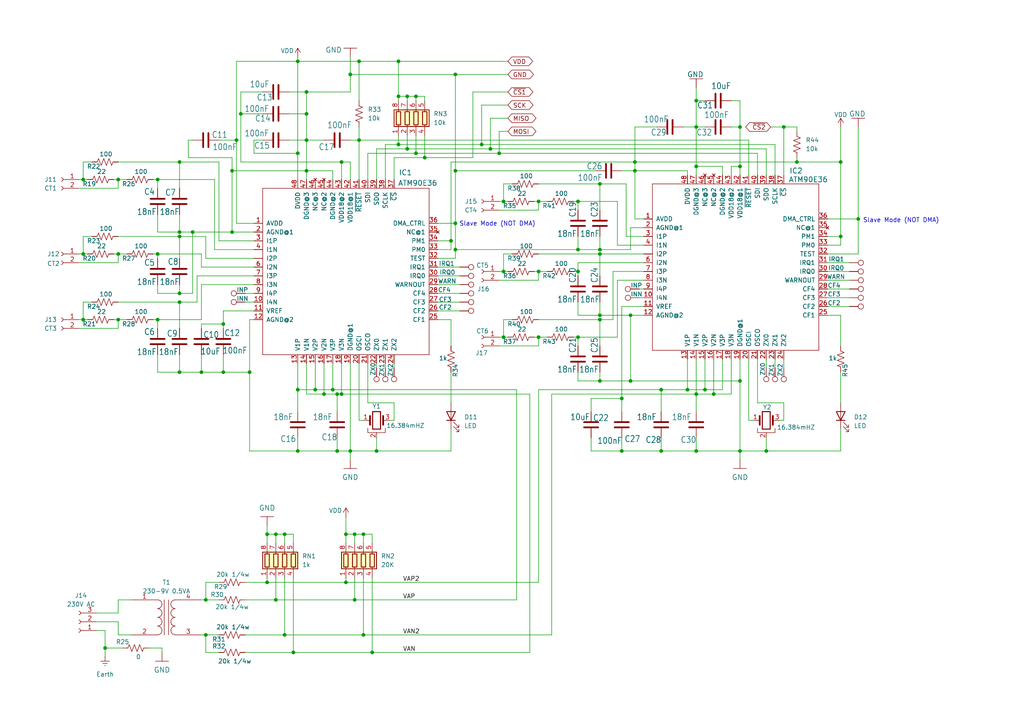
<source format=kicad_sch>
(kicad_sch (version 20231120) (generator "eeschema") (generator_version "8.0")
  (paper "A4")
  (junction (at 59.69 173.99))
  (junction (at 105.41 154.94))
  (junction (at 130.81 69.85))
  (junction (at 97.79 114.3))
  (junction (at 68.58 40.64))
  (junction (at 243.84 68.58))
  (junction (at 104.14 40.64))
  (junction (at 156.21 78.74))
  (junction (at 182.88 91.44))
  (junction (at 173.99 92.71))
  (junction (at 34.29 92.71))
  (junction (at 214.63 36.83))
  (junction (at 45.72 92.71))
  (junction (at 45.72 73.66))
  (junction (at 88.9 26.67))
  (junction (at 180.34 115.57))
  (junction (at 115.57 27.94))
  (junction (at 59.69 184.15))
  (junction (at 67.31 67.31))
  (junction (at 118.11 43.18))
  (junction (at 100.33 168.91))
  (junction (at 120.65 27.94))
  (junction (at 191.77 113.03))
  (junction (at 120.65 44.45))
  (junction (at 93.98 114.3))
  (junction (at 104.14 17.78))
  (junction (at 142.24 43.18))
  (junction (at 24.13 73.66))
  (junction (at 82.55 154.94))
  (junction (at 52.07 87.63))
  (junction (at 88.9 40.64))
  (junction (at 34.29 73.66))
  (junction (at 115.57 41.91))
  (junction (at 24.13 92.71))
  (junction (at 55.88 67.31))
  (junction (at 132.08 64.77))
  (junction (at 97.79 130.81))
  (junction (at 132.08 49.53))
  (junction (at 88.9 33.02))
  (junction (at 204.47 113.03))
  (junction (at 201.93 29.21))
  (junction (at 123.19 45.72))
  (junction (at 156.21 97.79))
  (junction (at 191.77 130.81))
  (junction (at 52.07 85.09))
  (junction (at 199.39 113.03))
  (junction (at 45.72 52.07))
  (junction (at 132.08 21.59))
  (junction (at 201.93 48.26))
  (junction (at 64.77 93.98))
  (junction (at 58.42 107.95))
  (junction (at 207.01 114.3))
  (junction (at 80.01 173.99))
  (junction (at 52.07 107.95))
  (junction (at 52.07 46.99))
  (junction (at 173.99 73.66))
  (junction (at 86.36 130.81))
  (junction (at 67.31 49.53))
  (junction (at 146.05 58.42))
  (junction (at 180.34 130.81))
  (junction (at 201.93 130.81))
  (junction (at 173.99 53.34))
  (junction (at 201.93 114.3))
  (junction (at 99.06 46.99))
  (junction (at 77.47 154.94))
  (junction (at 146.05 97.79))
  (junction (at 173.99 91.44))
  (junction (at 100.33 154.94))
  (junction (at 24.13 52.07))
  (junction (at 85.09 189.23))
  (junction (at 64.77 107.95))
  (junction (at 144.78 44.45))
  (junction (at 102.87 154.94))
  (junction (at 52.07 67.31))
  (junction (at 222.25 130.81))
  (junction (at 91.44 113.03))
  (junction (at 118.11 27.94))
  (junction (at 167.64 78.74))
  (junction (at 72.39 107.95))
  (junction (at 214.63 110.49))
  (junction (at 34.29 52.07))
  (junction (at 52.07 68.58))
  (junction (at 82.55 184.15))
  (junction (at 173.99 110.49))
  (junction (at 107.95 189.23))
  (junction (at 132.08 72.39))
  (junction (at 167.64 72.39))
  (junction (at 173.99 72.39))
  (junction (at 69.85 33.02))
  (junction (at 96.52 113.03))
  (junction (at 156.21 58.42))
  (junction (at 146.05 78.74))
  (junction (at 86.36 17.78))
  (junction (at 184.15 46.99))
  (junction (at 101.6 21.59))
  (junction (at 102.87 173.99))
  (junction (at 227.33 36.83))
  (junction (at 231.14 46.99))
  (junction (at 248.92 63.5))
  (junction (at 184.15 49.53))
  (junction (at 214.63 48.26))
  (junction (at 182.88 110.49))
  (junction (at 214.63 130.81))
  (junction (at 88.9 49.53))
  (junction (at 201.93 36.83))
  (junction (at 77.47 168.91))
  (junction (at 80.01 154.94))
  (junction (at 115.57 17.78))
  (junction (at 109.22 130.81))
  (junction (at 105.41 184.15))
  (junction (at 139.7 41.91))
  (junction (at 99.06 114.3))
  (junction (at 86.36 113.03))
  (junction (at 243.84 46.99))
  (junction (at 167.64 58.42))
  (junction (at 30.48 187.96))
  (junction (at 167.64 97.79))
  (junction (at 86.36 44.45))
  (junction (at 101.6 130.81))
  (wire (pts (xy 248.92 63.5) (xy 248.92 73.66)))
  (wire (pts (xy 173.99 72.39) (xy 182.88 72.39)))
  (wire (pts (xy 24.13 52.07) (xy 25.4 52.07)))
  (wire (pts (xy 130.81 130.81) (xy 130.81 124.46)))
  (wire (pts (xy 115.57 17.78) (xy 115.57 27.94)))
  (wire (pts (xy 111.76 41.91) (xy 115.57 41.91)))
  (wire (pts (xy 127 92.71) (xy 130.81 92.71)))
  (wire (pts (xy 127 90.17) (xy 133.35 90.17)))
  (wire (pts (xy 45.72 67.31) (xy 45.72 62.23)))
  (wire (pts (xy 115.57 27.94) (xy 115.57 29.21)))
  (wire (pts (xy 173.99 68.58) (xy 173.99 72.39)))
  (wire (pts (xy 86.36 113.03) (xy 86.36 105.41)))
  (wire (pts (xy 91.44 105.41) (xy 91.44 113.03)))
  (wire (pts (xy 156.21 78.74) (xy 158.75 78.74)))
  (wire (pts (xy 33.02 92.71) (xy 34.29 92.71)))
  (wire (pts (xy 171.45 115.57) (xy 180.34 115.57)))
  (wire (pts (xy 127 87.63) (xy 133.35 87.63)))
  (wire (pts (xy 186.69 76.2) (xy 167.64 76.2)))
  (wire (pts (xy 114.3 105.41) (xy 114.3 106.68)))
  (wire (pts (xy 59.69 74.93) (xy 73.66 74.93)))
  (wire (pts (xy 69.85 26.67) (xy 69.85 33.02)))
  (wire (pts (xy 190.5 36.83) (xy 184.15 36.83)))
  (wire (pts (xy 219.71 50.8) (xy 219.71 44.45)))
  (wire (pts (xy 83.82 26.67) (xy 88.9 26.67)))
  (wire (pts (xy 142.24 43.18) (xy 222.25 43.18)))
  (wire (pts (xy 100.33 168.91) (xy 156.21 168.91)))
  (wire (pts (xy 45.72 73.66) (xy 58.42 73.66)))
  (wire (pts (xy 219.71 116.84) (xy 227.33 116.84)))
  (wire (pts (xy 22.86 73.66) (xy 24.13 73.66)))
  (wire (pts (xy 100.33 157.48) (xy 100.33 154.94)))
  (wire (pts (xy 240.03 86.36) (xy 246.38 86.36)))
  (wire (pts (xy 144.78 60.96) (xy 156.21 60.96)))
  (wire (pts (xy 69.85 33.02) (xy 76.2 33.02)))
  (wire (pts (xy 93.98 105.41) (xy 93.98 114.3)))
  (wire (pts (xy 34.29 73.66) (xy 36.83 73.66)))
  (wire (pts (xy 24.13 92.71) (xy 25.4 92.71)))
  (wire (pts (xy 64.77 93.98) (xy 64.77 95.25)))
  (wire (pts (xy 243.84 68.58) (xy 243.84 46.99)))
  (wire (pts (xy 88.9 33.02) (xy 88.9 40.64)))
  (wire (pts (xy 240.03 73.66) (xy 248.92 73.66)))
  (wire (pts (xy 105.41 184.15) (xy 82.55 184.15)))
  (wire (pts (xy 186.69 91.44) (xy 182.88 91.44)))
  (wire (pts (xy 71.12 168.91) (xy 77.47 168.91)))
  (wire (pts (xy 182.88 91.44) (xy 173.99 91.44)))
  (wire (pts (xy 52.07 85.09) (xy 55.88 85.09)))
  (wire (pts (xy 106.68 116.84) (xy 114.3 116.84)))
  (wire (pts (xy 27.94 182.88) (xy 30.48 182.88)))
  (wire (pts (xy 105.41 184.15) (xy 160.02 184.15)))
  (wire (pts (xy 240.03 83.82) (xy 246.38 83.82)))
  (wire (pts (xy 118.11 27.94) (xy 120.65 27.94)))
  (wire (pts (xy 139.7 41.91) (xy 224.79 41.91)))
  (wire (pts (xy 167.64 87.63) (xy 167.64 91.44)))
  (wire (pts (xy 198.12 36.83) (xy 201.93 36.83)))
  (wire (pts (xy 104.14 17.78) (xy 86.36 17.78)))
  (wire (pts (xy 63.5 46.99) (xy 52.07 46.99)))
  (wire (pts (xy 71.12 87.63) (xy 73.66 87.63)))
  (wire (pts (xy 67.31 49.53) (xy 88.9 49.53)))
  (wire (pts (xy 58.42 184.15) (xy 59.69 184.15)))
  (wire (pts (xy 240.03 91.44) (xy 243.84 91.44)))
  (wire (pts (xy 148.59 92.71) (xy 146.05 92.71)))
  (wire (pts (xy 101.6 130.81) (xy 101.6 133.35)))
  (wire (pts (xy 120.65 39.37) (xy 120.65 44.45)))
  (wire (pts (xy 243.84 107.95) (xy 243.84 116.84)))
  (wire (pts (xy 144.78 38.1) (xy 144.78 44.45)))
  (wire (pts (xy 222.25 130.81) (xy 214.63 130.81)))
  (wire (pts (xy 186.69 71.12) (xy 179.07 71.12)))
  (wire (pts (xy 181.61 53.34) (xy 173.99 53.34)))
  (wire (pts (xy 67.31 67.31) (xy 67.31 49.53)))
  (wire (pts (xy 27.94 177.8) (xy 34.29 177.8)))
  (wire (pts (xy 105.41 167.64) (xy 105.41 184.15)))
  (wire (pts (xy 156.21 97.79) (xy 158.75 97.79)))
  (wire (pts (xy 227.33 36.83) (xy 231.14 36.83)))
  (wire (pts (xy 58.42 173.99) (xy 59.69 173.99)))
  (wire (pts (xy 73.66 64.77) (xy 68.58 64.77)))
  (wire (pts (xy 199.39 104.14) (xy 199.39 113.03)))
  (wire (pts (xy 240.03 88.9) (xy 246.38 88.9)))
  (wire (pts (xy 166.37 97.79) (xy 167.64 97.79)))
  (wire (pts (xy 71.12 189.23) (xy 85.09 189.23)))
  (wire (pts (xy 147.32 26.67) (xy 137.16 26.67)))
  (wire (pts (xy 173.99 92.71) (xy 177.8 92.71)))
  (wire (pts (xy 114.3 121.92) (xy 113.03 121.92)))
  (wire (pts (xy 212.09 48.26) (xy 214.63 48.26)))
  (wire (pts (xy 52.07 87.63) (xy 34.29 87.63)))
  (wire (pts (xy 97.79 114.3) (xy 93.98 114.3)))
  (wire (pts (xy 102.87 154.94) (xy 102.87 157.48)))
  (wire (pts (xy 173.99 107.95) (xy 173.99 110.49)))
  (wire (pts (xy 34.29 92.71) (xy 36.83 92.71)))
  (wire (pts (xy 144.78 78.74) (xy 146.05 78.74)))
  (wire (pts (xy 96.52 105.41) (xy 96.52 113.03)))
  (wire (pts (xy 101.6 46.99) (xy 101.6 52.07)))
  (wire (pts (xy 45.72 52.07) (xy 45.72 54.61)))
  (wire (pts (xy 123.19 39.37) (xy 123.19 45.72)))
  (wire (pts (xy 214.63 130.81) (xy 201.93 130.81)))
  (wire (pts (xy 204.47 113.03) (xy 199.39 113.03)))
  (wire (pts (xy 101.6 130.81) (xy 97.79 130.81)))
  (wire (pts (xy 167.64 97.79) (xy 179.07 97.79)))
  (wire (pts (xy 167.64 97.79) (xy 167.64 100.33)))
  (wire (pts (xy 58.42 77.47) (xy 73.66 77.47)))
  (wire (pts (xy 26.67 87.63) (xy 24.13 87.63)))
  (wire (pts (xy 186.69 68.58) (xy 181.61 68.58)))
  (wire (pts (xy 88.9 26.67) (xy 101.6 26.67)))
  (wire (pts (xy 106.68 105.41) (xy 106.68 116.84)))
  (wire (pts (xy 76.2 26.67) (xy 69.85 26.67)))
  (wire (pts (xy 191.77 130.81) (xy 191.77 127)))
  (wire (pts (xy 201.93 104.14) (xy 201.93 114.3)))
  (wire (pts (xy 167.64 68.58) (xy 167.64 72.39)))
  (wire (pts (xy 156.21 73.66) (xy 173.99 73.66)))
  (wire (pts (xy 34.29 184.15) (xy 38.1 184.15)))
  (wire (pts (xy 67.31 45.72) (xy 67.31 49.53)))
  (wire (pts (xy 58.42 102.87) (xy 58.42 107.95)))
  (wire (pts (xy 156.21 78.74) (xy 154.94 78.74)))
  (wire (pts (xy 167.64 78.74) (xy 167.64 80.01)))
  (wire (pts (xy 109.22 43.18) (xy 118.11 43.18)))
  (wire (pts (xy 227.33 104.14) (xy 227.33 106.68)))
  (wire (pts (xy 160.02 114.3) (xy 201.93 114.3)))
  (wire (pts (xy 80.01 173.99) (xy 102.87 173.99)))
  (wire (pts (xy 149.86 113.03) (xy 96.52 113.03)))
  (wire (pts (xy 82.55 154.94) (xy 82.55 157.48)))
  (wire (pts (xy 101.6 40.64) (xy 104.14 40.64)))
  (wire (pts (xy 201.93 48.26) (xy 201.93 50.8)))
  (wire (pts (xy 114.3 116.84) (xy 114.3 121.92)))
  (wire (pts (xy 27.94 180.34) (xy 34.29 180.34)))
  (wire (pts (xy 77.47 154.94) (xy 77.47 157.48)))
  (wire (pts (xy 71.12 85.09) (xy 73.66 85.09)))
  (wire (pts (xy 173.99 73.66) (xy 173.99 80.01)))
  (wire (pts (xy 55.88 40.64) (xy 54.61 40.64)))
  (wire (pts (xy 180.34 127) (xy 180.34 130.81)))
  (wire (pts (xy 71.12 173.99) (xy 80.01 173.99)))
  (wire (pts (xy 104.14 105.41) (xy 104.14 121.92)))
  (wire (pts (xy 88.9 40.64) (xy 88.9 49.53)))
  (wire (pts (xy 86.36 17.78) (xy 86.36 44.45)))
  (wire (pts (xy 222.25 127) (xy 222.25 130.81)))
  (wire (pts (xy 186.69 81.28) (xy 179.07 81.28)))
  (wire (pts (xy 201.93 25.4) (xy 201.93 29.21)))
  (wire (pts (xy 73.66 40.64) (xy 73.66 44.45)))
  (wire (pts (xy 173.99 72.39) (xy 167.64 72.39)))
  (wire (pts (xy 209.55 104.14) (xy 209.55 113.03)))
  (wire (pts (xy 156.21 97.79) (xy 156.21 100.33)))
  (wire (pts (xy 231.14 45.72) (xy 231.14 46.99)))
  (wire (pts (xy 97.79 114.3) (xy 97.79 119.38)))
  (wire (pts (xy 243.84 130.81) (xy 222.25 130.81)))
  (wire (pts (xy 34.29 73.66) (xy 33.02 73.66)))
  (wire (pts (xy 209.55 113.03) (xy 204.47 113.03)))
  (wire (pts (xy 62.23 72.39) (xy 62.23 52.07)))
  (wire (pts (xy 63.5 189.23) (xy 59.69 189.23)))
  (wire (pts (xy 72.39 130.81) (xy 72.39 107.95)))
  (wire (pts (xy 57.15 87.63) (xy 52.07 87.63)))
  (wire (pts (xy 240.03 63.5) (xy 248.92 63.5)))
  (wire (pts (xy 130.81 69.85) (xy 130.81 72.39)))
  (wire (pts (xy 177.8 78.74) (xy 186.69 78.74)))
  (wire (pts (xy 118.11 27.94) (xy 118.11 29.21)))
  (wire (pts (xy 127 82.55) (xy 133.35 82.55)))
  (wire (pts (xy 127 80.01) (xy 133.35 80.01)))
  (wire (pts (xy 45.72 82.55) (xy 45.72 85.09)))
  (wire (pts (xy 88.9 26.67) (xy 88.9 33.02)))
  (wire (pts (xy 144.78 58.42) (xy 146.05 58.42)))
  (wire (pts (xy 184.15 46.99) (xy 231.14 46.99)))
  (wire (pts (xy 127 69.85) (xy 130.81 69.85)))
  (wire (pts (xy 100.33 149.86) (xy 100.33 154.94)))
  (wire (pts (xy 73.66 80.01) (xy 57.15 80.01)))
  (wire (pts (xy 106.68 44.45) (xy 106.68 52.07)))
  (wire (pts (xy 212.09 50.8) (xy 212.09 48.26)))
  (wire (pts (xy 222.25 104.14) (xy 222.25 106.68)))
  (wire (pts (xy 52.07 67.31) (xy 45.72 67.31)))
  (wire (pts (xy 148.59 53.34) (xy 146.05 53.34)))
  (wire (pts (xy 54.61 40.64) (xy 54.61 45.72)))
  (wire (pts (xy 67.31 67.31) (xy 55.88 67.31)))
  (wire (pts (xy 73.66 44.45) (xy 86.36 44.45)))
  (wire (pts (xy 102.87 173.99) (xy 102.87 167.64)))
  (wire (pts (xy 173.99 53.34) (xy 173.99 60.96)))
  (wire (pts (xy 115.57 27.94) (xy 118.11 27.94)))
  (wire (pts (xy 45.72 107.95) (xy 52.07 107.95)))
  (wire (pts (xy 44.45 92.71) (xy 45.72 92.71)))
  (wire (pts (xy 156.21 113.03) (xy 156.21 168.91)))
  (wire (pts (xy 166.37 78.74) (xy 167.64 78.74)))
  (wire (pts (xy 62.23 52.07) (xy 45.72 52.07)))
  (wire (pts (xy 58.42 93.98) (xy 64.77 93.98)))
  (wire (pts (xy 146.05 73.66) (xy 146.05 78.74)))
  (wire (pts (xy 82.55 184.15) (xy 82.55 167.64)))
  (wire (pts (xy 214.63 110.49) (xy 214.63 130.81)))
  (wire (pts (xy 73.66 67.31) (xy 67.31 67.31)))
  (wire (pts (xy 24.13 68.58) (xy 24.13 73.66)))
  (wire (pts (xy 240.03 78.74) (xy 246.38 78.74)))
  (wire (pts (xy 55.88 85.09) (xy 55.88 67.31)))
  (wire (pts (xy 34.29 92.71) (xy 34.29 95.25)))
  (wire (pts (xy 115.57 17.78) (xy 147.32 17.78)))
  (wire (pts (xy 34.29 76.2) (xy 34.29 73.66)))
  (wire (pts (xy 214.63 29.21) (xy 212.09 29.21)))
  (wire (pts (xy 243.84 91.44) (xy 243.84 100.33)))
  (wire (pts (xy 186.69 88.9) (xy 180.34 88.9)))
  (wire (pts (xy 127 77.47) (xy 133.35 77.47)))
  (wire (pts (xy 58.42 92.71) (xy 45.72 92.71)))
  (wire (pts (xy 167.64 107.95) (xy 167.64 110.49)))
  (wire (pts (xy 146.05 97.79) (xy 147.32 97.79)))
  (wire (pts (xy 63.5 40.64) (xy 68.58 40.64)))
  (wire (pts (xy 191.77 113.03) (xy 156.21 113.03)))
  (wire (pts (xy 118.11 39.37) (xy 118.11 43.18)))
  (wire (pts (xy 209.55 48.26) (xy 201.93 48.26)))
  (wire (pts (xy 180.34 49.53) (xy 184.15 49.53)))
  (wire (pts (xy 173.99 110.49) (xy 182.88 110.49)))
  (wire (pts (xy 99.06 46.99) (xy 69.85 46.99)))
  (wire (pts (xy 73.66 92.71) (xy 72.39 92.71)))
  (wire (pts (xy 64.77 107.95) (xy 72.39 107.95)))
  (wire (pts (xy 185.42 86.36) (xy 186.69 86.36)))
  (wire (pts (xy 34.29 52.07) (xy 33.02 52.07)))
  (wire (pts (xy 86.36 130.81) (xy 72.39 130.81)))
  (wire (pts (xy 243.84 71.12) (xy 243.84 68.58)))
  (wire (pts (xy 68.58 40.64) (xy 68.58 17.78)))
  (wire (pts (xy 55.88 67.31) (xy 52.07 67.31)))
  (wire (pts (xy 173.99 87.63) (xy 173.99 91.44)))
  (wire (pts (xy 34.29 177.8) (xy 34.29 173.99)))
  (wire (pts (xy 180.34 115.57) (xy 180.34 119.38)))
  (wire (pts (xy 132.08 72.39) (xy 167.64 72.39)))
  (wire (pts (xy 148.59 73.66) (xy 146.05 73.66)))
  (wire (pts (xy 109.22 127) (xy 109.22 130.81)))
  (wire (pts (xy 114.3 45.72) (xy 123.19 45.72)))
  (wire (pts (xy 132.08 21.59) (xy 132.08 49.53)))
  (wire (pts (xy 111.76 105.41) (xy 111.76 106.68)))
  (wire (pts (xy 123.19 29.21) (xy 123.19 27.94)))
  (wire (pts (xy 24.13 87.63) (xy 24.13 92.71)))
  (wire (pts (xy 182.88 110.49) (xy 214.63 110.49)))
  (wire (pts (xy 142.24 34.29) (xy 142.24 43.18)))
  (wire (pts (xy 82.55 154.94) (xy 80.01 154.94)))
  (wire (pts (xy 199.39 50.8) (xy 199.39 49.53)))
  (wire (pts (xy 149.86 173.99) (xy 149.86 113.03)))
  (wire (pts (xy 107.95 167.64) (xy 107.95 189.23)))
  (wire (pts (xy 218.44 121.92) (xy 217.17 121.92)))
  (wire (pts (xy 209.55 50.8) (xy 209.55 48.26)))
  (wire (pts (xy 240.03 71.12) (xy 243.84 71.12)))
  (wire (pts (xy 158.75 58.42) (xy 156.21 58.42)))
  (wire (pts (xy 107.95 154.94) (xy 107.95 157.48)))
  (wire (pts (xy 139.7 30.48) (xy 147.32 30.48)))
  (wire (pts (xy 34.29 68.58) (xy 52.07 68.58)))
  (wire (pts (xy 207.01 114.3) (xy 201.93 114.3)))
  (wire (pts (xy 73.66 72.39) (xy 62.23 72.39)))
  (wire (pts (xy 52.07 102.87) (xy 52.07 107.95)))
  (wire (pts (xy 83.82 40.64) (xy 88.9 40.64)))
  (wire (pts (xy 34.29 52.07) (xy 34.29 54.61)))
  (wire (pts (xy 201.93 36.83) (xy 204.47 36.83)))
  (wire (pts (xy 179.07 71.12) (xy 179.07 58.42)))
  (wire (pts (xy 71.12 184.15) (xy 82.55 184.15)))
  (wire (pts (xy 231.14 46.99) (xy 243.84 46.99)))
  (wire (pts (xy 160.02 184.15) (xy 160.02 114.3)))
  (wire (pts (xy 22.86 95.25) (xy 34.29 95.25)))
  (wire (pts (xy 52.07 68.58) (xy 52.07 74.93)))
  (wire (pts (xy 86.36 16.51) (xy 86.36 17.78)))
  (wire (pts (xy 130.81 72.39) (xy 127 72.39)))
  (wire (pts (xy 69.85 46.99) (xy 69.85 33.02)))
  (wire (pts (xy 127 64.77) (xy 132.08 64.77)))
  (wire (pts (xy 102.87 173.99) (xy 149.86 173.99)))
  (wire (pts (xy 24.13 73.66) (xy 25.4 73.66)))
  (wire (pts (xy 156.21 81.28) (xy 156.21 78.74)))
  (wire (pts (xy 104.14 40.64) (xy 104.14 52.07)))
  (wire (pts (xy 123.19 45.72) (xy 137.16 45.72)))
  (wire (pts (xy 130.81 107.95) (xy 130.81 116.84)))
  (wire (pts (xy 146.05 92.71) (xy 146.05 97.79)))
  (wire (pts (xy 58.42 93.98) (xy 58.42 95.25)))
  (wire (pts (xy 115.57 41.91) (xy 139.7 41.91)))
  (wire (pts (xy 85.09 189.23) (xy 85.09 167.64)))
  (wire (pts (xy 179.07 58.42) (xy 167.64 58.42)))
  (wire (pts (xy 43.18 187.96) (xy 46.99 187.96)))
  (wire (pts (xy 227.33 50.8) (xy 227.33 36.83)))
  (wire (pts (xy 104.14 121.92) (xy 105.41 121.92)))
  (wire (pts (xy 179.07 81.28) (xy 179.07 97.79)))
  (wire (pts (xy 52.07 46.99) (xy 34.29 46.99)))
  (wire (pts (xy 180.34 130.81) (xy 191.77 130.81)))
  (wire (pts (xy 214.63 104.14) (xy 214.63 110.49)))
  (wire (pts (xy 101.6 21.59) (xy 101.6 26.67)))
  (wire (pts (xy 86.36 127) (xy 86.36 130.81)))
  (wire (pts (xy 88.9 49.53) (xy 96.52 49.53)))
  (wire (pts (xy 58.42 107.95) (xy 64.77 107.95)))
  (wire (pts (xy 184.15 36.83) (xy 184.15 46.99)))
  (wire (pts (xy 167.64 91.44) (xy 173.99 91.44)))
  (wire (pts (xy 127 74.93) (xy 132.08 74.93)))
  (wire (pts (xy 93.98 114.3) (xy 88.9 114.3)))
  (wire (pts (xy 45.72 85.09) (xy 52.07 85.09)))
  (wire (pts (xy 186.69 66.04) (xy 182.88 66.04)))
  (wire (pts (xy 77.47 152.4) (xy 77.47 154.94)))
  (wire (pts (xy 73.66 82.55) (xy 58.42 82.55)))
  (wire (pts (xy 34.29 180.34) (xy 34.29 184.15)))
  (wire (pts (xy 99.06 46.99) (xy 99.06 52.07)))
  (wire (pts (xy 130.81 69.85) (xy 130.81 46.99)))
  (wire (pts (xy 36.83 52.07) (xy 34.29 52.07)))
  (wire (pts (xy 184.15 63.5) (xy 184.15 49.53)))
  (wire (pts (xy 120.65 44.45) (xy 144.78 44.45)))
  (wire (pts (xy 132.08 49.53) (xy 132.08 64.77)))
  (wire (pts (xy 52.07 46.99) (xy 52.07 54.61)))
  (wire (pts (xy 46.99 187.96) (xy 46.99 189.23)))
  (wire (pts (xy 59.69 173.99) (xy 63.5 173.99)))
  (wire (pts (xy 243.84 36.83) (xy 243.84 46.99)))
  (wire (pts (xy 186.69 63.5) (xy 184.15 63.5)))
  (wire (pts (xy 153.67 114.3) (xy 153.67 189.23)))
  (wire (pts (xy 80.01 154.94) (xy 80.01 157.48)))
  (wire (pts (xy 248.92 36.83) (xy 248.92 63.5)))
  (wire (pts (xy 52.07 62.23) (xy 52.07 67.31)))
  (wire (pts (xy 212.09 104.14) (xy 212.09 114.3)))
  (wire (pts (xy 104.14 36.83) (xy 104.14 40.64)))
  (wire (pts (xy 109.22 130.81) (xy 101.6 130.81)))
  (wire (pts (xy 109.22 43.18) (xy 109.22 52.07)))
  (wire (pts (xy 240.03 81.28) (xy 246.38 81.28)))
  (wire (pts (xy 96.52 49.53) (xy 96.52 52.07)))
  (wire (pts (xy 201.93 130.81) (xy 191.77 130.81)))
  (wire (pts (xy 80.01 173.99) (xy 80.01 167.64)))
  (wire (pts (xy 154.94 97.79) (xy 156.21 97.79)))
  (wire (pts (xy 217.17 104.14) (xy 217.17 121.92)))
  (wire (pts (xy 115.57 39.37) (xy 115.57 41.91)))
  (wire (pts (xy 77.47 168.91) (xy 100.33 168.91)))
  (wire (pts (xy 63.5 168.91) (xy 59.69 168.91)))
  (wire (pts (xy 101.6 105.41) (xy 101.6 130.81)))
  (wire (pts (xy 52.07 107.95) (xy 58.42 107.95)))
  (wire (pts (xy 120.65 27.94) (xy 120.65 29.21)))
  (wire (pts (xy 80.01 154.94) (xy 77.47 154.94)))
  (wire (pts (xy 167.64 110.49) (xy 173.99 110.49)))
  (wire (pts (xy 83.82 33.02) (xy 88.9 33.02)))
  (wire (pts (xy 144.78 44.45) (xy 219.71 44.45)))
  (wire (pts (xy 99.06 114.3) (xy 153.67 114.3)))
  (wire (pts (xy 63.5 69.85) (xy 63.5 46.99)))
  (wire (pts (xy 191.77 113.03) (xy 191.77 119.38)))
  (wire (pts (xy 88.9 52.07) (xy 88.9 49.53)))
  (wire (pts (xy 30.48 187.96) (xy 30.48 190.5)))
  (wire (pts (xy 52.07 87.63) (xy 52.07 95.25)))
  (wire (pts (xy 54.61 45.72) (xy 67.31 45.72)))
  (wire (pts (xy 26.67 46.99) (xy 24.13 46.99)))
  (wire (pts (xy 97.79 114.3) (xy 99.06 114.3)))
  (wire (pts (xy 224.79 41.91) (xy 224.79 50.8)))
  (wire (pts (xy 68.58 40.64) (xy 68.58 64.77)))
  (wire (pts (xy 86.36 44.45) (xy 86.36 52.07)))
  (wire (pts (xy 212.09 36.83) (xy 214.63 36.83)))
  (wire (pts (xy 146.05 58.42) (xy 147.32 58.42)))
  (wire (pts (xy 64.77 102.87) (xy 64.77 107.95)))
  (wire (pts (xy 201.93 130.81) (xy 201.93 127)))
  (wire (pts (xy 132.08 64.77) (xy 132.08 72.39)))
  (wire (pts (xy 146.05 53.34) (xy 146.05 58.42)))
  (wire (pts (xy 243.84 124.46) (xy 243.84 130.81)))
  (wire (pts (xy 24.13 46.99) (xy 24.13 52.07)))
  (wire (pts (xy 100.33 168.91) (xy 100.33 167.64)))
  (wire (pts (xy 212.09 114.3) (xy 207.01 114.3)))
  (wire (pts (xy 45.72 92.71) (xy 45.72 95.25)))
  (wire (pts (xy 106.68 44.45) (xy 120.65 44.45)))
  (wire (pts (xy 227.33 121.92) (xy 226.06 121.92)))
  (wire (pts (xy 144.78 81.28) (xy 156.21 81.28)))
  (wire (pts (xy 59.69 168.91) (xy 59.69 173.99)))
  (wire (pts (xy 130.81 92.71) (xy 130.81 100.33)))
  (wire (pts (xy 76.2 40.64) (xy 73.66 40.64)))
  (wire (pts (xy 64.77 90.17) (xy 64.77 93.98)))
  (wire (pts (xy 109.22 130.81) (xy 130.81 130.81)))
  (wire (pts (xy 77.47 167.64) (xy 77.47 168.91)))
  (wire (pts (xy 219.71 104.14) (xy 219.71 116.84)))
  (wire (pts (xy 22.86 92.71) (xy 24.13 92.71)))
  (wire (pts (xy 201.93 29.21) (xy 201.93 36.83)))
  (wire (pts (xy 207.01 104.14) (xy 207.01 114.3)))
  (wire (pts (xy 44.45 73.66) (xy 45.72 73.66)))
  (wire (pts (xy 144.78 97.79) (xy 146.05 97.79)))
  (wire (pts (xy 173.99 92.71) (xy 173.99 100.33)))
  (wire (pts (xy 146.05 78.74) (xy 147.32 78.74)))
  (wire (pts (xy 22.86 52.07) (xy 24.13 52.07)))
  (wire (pts (xy 156.21 58.42) (xy 156.21 60.96)))
  (wire (pts (xy 22.86 76.2) (xy 34.29 76.2)))
  (wire (pts (xy 59.69 184.15) (xy 63.5 184.15)))
  (wire (pts (xy 173.99 92.71) (xy 156.21 92.71)))
  (wire (pts (xy 201.93 36.83) (xy 201.93 48.26)))
  (wire (pts (xy 52.07 85.09) (xy 52.07 82.55)))
  (wire (pts (xy 45.72 52.07) (xy 44.45 52.07)))
  (wire (pts (xy 111.76 52.07) (xy 111.76 41.91)))
  (wire (pts (xy 58.42 73.66) (xy 58.42 77.47)))
  (wire (pts (xy 85.09 157.48) (xy 85.09 154.94)))
  (wire (pts (xy 199.39 49.53) (xy 184.15 49.53)))
  (wire (pts (xy 227.33 36.83) (xy 223.52 36.83)))
  (wire (pts (xy 101.6 16.51) (xy 101.6 21.59)))
  (wire (pts (xy 177.8 78.74) (xy 177.8 92.71)))
  (wire (pts (xy 88.9 105.41) (xy 88.9 114.3)))
  (wire (pts (xy 45.72 73.66) (xy 45.72 74.93)))
  (wire (pts (xy 86.36 113.03) (xy 86.36 119.38)))
  (wire (pts (xy 137.16 26.67) (xy 137.16 45.72)))
  (wire (pts (xy 167.64 58.42) (xy 166.37 58.42)))
  (wire (pts (xy 172.72 49.53) (xy 132.08 49.53)))
  (wire (pts (xy 171.45 130.81) (xy 171.45 127)))
  (wire (pts (xy 102.87 154.94) (xy 105.41 154.94)))
  (wire (pts (xy 99.06 46.99) (xy 101.6 46.99)))
  (wire (pts (xy 114.3 45.72) (xy 114.3 52.07)))
  (wire (pts (xy 109.22 105.41) (xy 109.22 106.68)))
  (wire (pts (xy 240.03 76.2) (xy 246.38 76.2)))
  (wire (pts (xy 97.79 127) (xy 97.79 130.81)))
  (wire (pts (xy 30.48 182.88) (xy 30.48 187.96)))
  (wire (pts (xy 204.47 104.14) (xy 204.47 113.03)))
  (wire (pts (xy 147.32 34.29) (xy 142.24 34.29)))
  (wire (pts (xy 118.11 43.18) (xy 142.24 43.18)))
  (wire (pts (xy 231.14 36.83) (xy 231.14 38.1)))
  (wire (pts (xy 99.06 105.41) (xy 99.06 114.3)))
  (wire (pts (xy 30.48 187.96) (xy 35.56 187.96)))
  (wire (pts (xy 182.88 66.04) (xy 182.88 72.39)))
  (wire (pts (xy 173.99 73.66) (xy 186.69 73.66)))
  (wire (pts (xy 68.58 17.78) (xy 86.36 17.78)))
  (wire (pts (xy 214.63 48.26) (xy 214.63 50.8)))
  (wire (pts (xy 139.7 30.48) (xy 139.7 41.91)))
  (wire (pts (xy 93.98 40.64) (xy 88.9 40.64)))
  (wire (pts (xy 104.14 17.78) (xy 115.57 17.78)))
  (wire (pts (xy 22.86 54.61) (xy 34.29 54.61)))
  (wire (pts (xy 105.41 154.94) (xy 107.95 154.94)))
  (wire (pts (xy 214.63 130.81) (xy 214.63 133.35)))
  (wire (pts (xy 181.61 68.58) (xy 181.61 53.34)))
  (wire (pts (xy 127 85.09) (xy 133.35 85.09)))
  (wire (pts (xy 58.42 82.55) (xy 58.42 92.71)))
  (wire (pts (xy 156.21 100.33) (xy 144.78 100.33)))
  (wire (pts (xy 101.6 21.59) (xy 132.08 21.59)))
  (wire (pts (xy 167.64 76.2) (xy 167.64 78.74)))
  (wire (pts (xy 120.65 27.94) (xy 123.19 27.94)))
  (wire (pts (xy 227.33 116.84) (xy 227.33 121.92)))
  (wire (pts (xy 240.03 68.58) (xy 243.84 68.58)))
  (wire (pts (xy 130.81 46.99) (xy 184.15 46.99)))
  (wire (pts (xy 201.93 29.21) (xy 204.47 29.21)))
  (wire (pts (xy 214.63 36.83) (xy 214.63 29.21)))
  (wire (pts (xy 199.39 113.03) (xy 191.77 113.03)))
  (wire (pts (xy 222.25 50.8) (xy 222.25 43.18)))
  (wire (pts (xy 45.72 102.87) (xy 45.72 107.95)))
  (wire (pts (xy 144.78 38.1) (xy 147.32 38.1)))
  (wire (pts (xy 86.36 130.81) (xy 97.79 130.81)))
  (wire (pts (xy 85.09 154.94) (xy 82.55 154.94)))
  (wire (pts (xy 171.45 119.38) (xy 171.45 115.57)))
  (wire (pts (xy 224.79 104.14) (xy 224.79 106.68)))
  (wire (pts (xy 96.52 113.03) (xy 91.44 113.03)))
  (wire (pts (xy 73.66 69.85) (xy 63.5 69.85)))
  (wire (pts (xy 73.66 90.17) (xy 64.77 90.17)))
  (wire (pts (xy 180.34 88.9) (xy 180.34 115.57)))
  (wire (pts (xy 57.15 80.01) (xy 57.15 87.63)))
  (wire (pts (xy 72.39 92.71) (xy 72.39 107.95)))
  (wire (pts (xy 217.17 50.8) (xy 217.17 40.64)))
  (wire (pts (xy 185.42 83.82) (xy 186.69 83.82)))
  (wire (pts (xy 156.21 58.42) (xy 154.94 58.42)))
  (wire (pts (xy 132.08 21.59) (xy 147.32 21.59)))
  (wire (pts (xy 214.63 48.26) (xy 214.63 36.83)))
  (wire (pts (xy 100.33 154.94) (xy 102.87 154.94)))
  (wire (pts (xy 107.95 189.23) (xy 153.67 189.23)))
  (wire (pts (xy 167.64 58.42) (xy 167.64 60.96)))
  (wire (pts (xy 59.69 68.58) (xy 59.69 74.93)))
  (wire (pts (xy 182.88 91.44) (xy 182.88 110.49)))
  (wire (pts (xy 201.93 114.3) (xy 201.93 119.38)))
  (wire (pts (xy 26.67 68.58) (xy 24.13 68.58)))
  (wire (pts (xy 59.69 189.23) (xy 59.69 184.15)))
  (wire (pts (xy 180.34 130.81) (xy 171.45 130.81)))
  (wire (pts (xy 217.17 40.64) (xy 104.14 40.64)))
  (wire (pts (xy 34.29 173.99) (xy 38.1 173.99)))
  (wire (pts (xy 173.99 53.34) (xy 156.21 53.34)))
  (wire (pts (xy 105.41 154.94) (xy 105.41 157.48)))
  (wire (pts (xy 91.44 113.03) (xy 86.36 113.03)))
  (wire (pts (xy 52.07 68.58) (xy 59.69 68.58)))
  (wire (pts (xy 184.15 49.53) (xy 184.15 46.99)))
  (wire (pts (xy 132.08 72.39) (xy 132.08 74.93)))
  (wire (pts (xy 104.14 17.78) (xy 104.14 29.21)))
  (wire (pts (xy 107.95 189.23) (xy 85.09 189.23)))
  (text "Slave Mode (NOT DMA)" (at 261.366 64.008 0) (effects (font (size 1.27 1.27))))
  (text "Slave Mode (NOT DMA)" (at 144.272 65.024 0) (effects (font (size 1.27 1.27))))
  (label "VAN2" (at 116.84 184.15 0))
  (label "VAN" (at 116.84 189.23 0))
  (label "VAP" (at 116.84 173.99 0))
  (label "VAP2" (at 116.84 168.91 0))
  (global_label "SCK" (shape bidirectional) (at 147.32 30.48 0) (property "Intersheetrefs" "${INTERSHEET_REFS}" (effects (hide yes))))
  (global_label "~{CS1}" (shape bidirectional) (at 147.32 26.67 0) (property "Intersheetrefs" "${INTERSHEET_REFS}" (effects (hide yes))))
  (global_label "GND" (shape bidirectional) (at 147.32 21.59 0) (property "Intersheetrefs" "${INTERSHEET_REFS}" (effects (hide yes))))
  (global_label "MOSI" (shape bidirectional) (at 147.32 38.1 0) (property "Intersheetrefs" "${INTERSHEET_REFS}" (effects (hide yes))))
  (global_label "MISO" (shape bidirectional) (at 147.32 34.29 0) (property "Intersheetrefs" "${INTERSHEET_REFS}" (effects (hide yes))))
  (global_label "~{CS2}" (shape bidirectional) (at 223.52 36.83 180) (property "Intersheetrefs" "${INTERSHEET_REFS}" (effects (hide yes))))
  (global_label "VDD" (shape bidirectional) (at 147.32 17.78 0) (property "Intersheetrefs" "${INTERSHEET_REFS}" (effects (hide yes))))
  (symbol (lib_id "Connector:Conn_01x02_Socket") (at 139.7 58.42 0) (mirror y) (unit 1)
    (property "Reference" "J15" (at 138.43 58.4199 0) (effects (justify left)))
    (property "Value" "CT4" (at 138.43 60.9599 0) (effects (justify left)))
    (property "Footprint" "TerminalBlock_Phoenix:TerminalBlock_Phoenix_PT-1,5-2-3.5-H_1x02_P3.50mm_Horizontal" (effects (hide yes)))
    (property "Description" "Generic connector, single row, 01x02, script generated" (effects (hide yes)))
  )
  (symbol (lib_id "Connector:TestPoint") (at 133.35 77.47 270) (unit 1)
    (property "Reference" "TP6" (effects (hide yes)))
    (property "Value" "IRQ1" (at 127.254 76.454 90) (effects (justify left)))
    (property "Footprint" "TestPoint:TestPoint_Pad_1.0x1.0mm" (effects (hide yes)))
    (property "Description" "test point" (effects (hide yes)))
  )
  (symbol (lib_id "Connector:TestPoint") (at 246.38 83.82 270) (unit 1)
    (property "Reference" "TP20" (effects (hide yes)))
    (property "Value" "CF4" (at 240.03 82.804 90) (effects (justify left)))
    (property "Footprint" "TestPoint:TestPoint_Pad_1.0x1.0mm" (effects (hide yes)))
    (property "Description" "test point" (effects (hide yes)))
  )
  (symbol (lib_id "Device:C") (at 171.45 123.19 0) (unit 1)
    (property "Reference" "C22" (at 171.958 122.174 0) (effects (font (size 1.778 1.5113)) (justify left bottom)))
    (property "Value" "10uF" (at 165.354 121.92 0) (effects (font (size 1.778 1.5113)) (justify left bottom)))
    (property "Footprint" "ATM90E36_Breakout:C0603" (effects (hide yes)))
    (property "Description" "Unpolarized capacitor" (effects (hide yes)))
  )
  (symbol (lib_id "Device:R_US") (at 130.81 104.14 180) (unit 1)
    (property "Reference" "R34" (at 132.08 107.442 90))
    (property "Value" "1k" (at 128.524 103.886 0))
    (property "Footprint" "ATM90E36_Breakout:R0603" (effects (hide yes)))
    (property "Description" "Resistor, US symbol" (effects (hide yes)))
  )
  (symbol (lib_id "Device:R_Pack04") (at 105.41 162.56 0) (unit 1)
    (property "Reference" "RN2" (at 110.49 161.2899 0) (effects (justify left)))
    (property "Value" "20K" (at 110.49 163.8299 0) (effects (justify left)))
    (property "Footprint" "ATM90E36_Breakout:RA1206-8" (effects (hide yes)))
    (property "Description" "4 resistor network, parallel topology" (effects (hide yes)))
  )
  (symbol (lib_id "Device:LED") (at 243.84 120.65 90) (unit 1)
    (property "Reference" "D12" (at 247.65 120.9674 90) (effects (justify right)))
    (property "Value" "LED" (at 247.65 123.5074 90) (effects (justify right)))
    (property "Footprint" "LED_SMD:LED_0603_1608Metric" (effects (hide yes)))
    (property "Description" "Light emitting diode" (effects (hide yes)))
  )
  (symbol (lib_id "Connector:TestPoint") (at 246.38 78.74 270) (unit 1)
    (property "Reference" "TP18" (effects (hide yes)))
    (property "Value" "IRQ0" (at 244.856 77.724 90) (effects (justify right)))
    (property "Footprint" "TestPoint:TestPoint_THTPad_1.5x1.5mm_Drill0.7mm" (effects (hide yes)))
    (property "Description" "test point" (effects (hide yes)))
  )
  (symbol (lib_id "Connector:TestPoint") (at 114.3 106.68 180) (unit 1)
    (property "Reference" "TP5" (effects (hide yes)))
    (property "Value" "ZX2" (at 113.284 109.22 90) (effects (justify right)))
    (property "Footprint" "TestPoint:TestPoint_Pad_1.0x1.0mm" (effects (hide yes)))
    (property "Description" "test point" (effects (hide yes)))
  )
  (symbol (lib_id "Connector:TestPoint") (at 71.12 87.63 90) (unit 1)
    (property "Reference" "TP2" (effects (hide yes)))
    (property "Value" "INN" (at 68.58 86.614 90) (effects (justify right)))
    (property "Footprint" "TestPoint:TestPoint_THTPad_1.5x1.5mm_Drill0.7mm" (effects (hide yes)))
    (property "Description" "test point" (effects (hide yes)))
  )
  (symbol (lib_id "Device:R_US") (at 40.64 52.07 90) (unit 1)
    (property "Reference" "R26" (at 37.338 53.34 90))
    (property "Value" "100" (at 40.894 49.784 90))
    (property "Footprint" "ATM90E36_Breakout:R0603" (effects (hide yes)))
    (property "Description" "Resistor, US symbol" (effects (hide yes)))
  )
  (symbol (lib_id "Device:R_US") (at 30.48 68.58 90) (unit 1)
    (property "Reference" "R23" (at 27.178 69.85 90))
    (property "Value" "100" (at 30.734 66.294 90))
    (property "Footprint" "ATM90E36_Breakout:R0603" (effects (hide yes)))
    (property "Description" "Resistor, US symbol" (effects (hide yes)))
  )
  (symbol (lib_id "Device:R_US") (at 162.56 78.74 90) (unit 1)
    (property "Reference" "R42" (at 159.258 80.01 90))
    (property "Value" "100" (at 162.814 76.454 90))
    (property "Footprint" "ATM90E36_Breakout:R0603" (effects (hide yes)))
    (property "Description" "Resistor, US symbol" (effects (hide yes)))
  )
  (symbol (lib_id "Device:R_US") (at 151.13 78.74 90) (unit 1)
    (property "Reference" "R36" (at 147.828 80.01 90))
    (property "Value" "22" (at 151.384 76.454 90))
    (property "Footprint" "ATM90E36_Breakout:R0603" (effects (hide yes)))
    (property "Description" "Resistor, US symbol" (effects (hide yes)))
  )
  (symbol (lib_id "Device:C") (at 167.64 104.14 180) (unit 1)
    (property "Reference" "C21" (at 165.1 97.79 90) (effects (font (size 1.778 1.5113)) (justify left bottom)))
    (property "Value" "18nF" (at 167.386 106.172 0) (effects (font (size 1.778 1.5113)) (justify left bottom)))
    (property "Footprint" "ATM90E36_Breakout:C0603" (effects (hide yes)))
    (property "Description" "Unpolarized capacitor" (effects (hide yes)))
  )
  (symbol (lib_id "power:VDD") (at 243.84 36.83 0) (unit 1)
    (property "Reference" "#PWR015" (effects (hide yes)))
    (property "Value" "VDD" (at 243.84 33.274 0))
    (property "Description" "Power symbol creates a global label with name \"VDD\"" (effects (hide yes)))
  )
  (symbol (lib_id "ATM90E36:GND") (at 101.6 135.89 0) (unit 1)
    (property "Reference" "#GND04" (effects (hide yes)))
    (property "Value" "GND" (at 101.6 138.43 0) (effects (font (size 1.4986 1.4986))))
  )
  (symbol (lib_id "Device:R_US") (at 67.31 168.91 90) (unit 1)
    (property "Reference" "R29" (at 64.008 170.18 90))
    (property "Value" "20k 1/4w" (at 67.564 166.624 90))
    (property "Footprint" "Resistor_SMD:R_1206_3216Metric" (effects (hide yes)))
    (property "Description" "Resistor, US symbol" (effects (hide yes)))
  )
  (symbol (lib_id "Connector:TestPoint") (at 246.38 76.2 270) (unit 1)
    (property "Reference" "TP17" (effects (hide yes)))
    (property "Value" "IRQ1" (at 240.284 75.184 90) (effects (justify left)))
    (property "Footprint" "TestPoint:TestPoint_Pad_1.0x1.0mm" (effects (hide yes)))
    (property "Description" "test point" (effects (hide yes)))
  )
  (symbol (lib_id "power:Earth") (at 30.48 190.5 0) (unit 1)
    (property "Reference" "#PWR012" (effects (hide yes)))
    (property "Value" "Earth" (at 30.48 195.58 0))
    (property "Description" "Power symbol creates a global label with name \"Earth\"" (effects (hide yes)))
  )
  (symbol (lib_id "Device:C") (at 86.36 123.19 0) (unit 1)
    (property "Reference" "C16" (at 81.28 128.27 0) (effects (font (size 1.778 1.5113)) (justify left bottom)))
    (property "Value" "18nF" (at 79.248 121.92 0) (effects (font (size 1.778 1.5113)) (justify left bottom)))
    (property "Footprint" "ATM90E36_Breakout:C0603" (effects (hide yes)))
    (property "Description" "Unpolarized capacitor" (effects (hide yes)))
  )
  (symbol (lib_id "Device:C") (at 194.31 36.83 270) (unit 1)
    (property "Reference" "C29" (at 188.722 39.37 90) (effects (font (size 1.778 1.5113)) (justify left bottom)))
    (property "Value" "100nF" (at 186.69 35.56 90) (effects (font (size 1.778 1.5113)) (justify left bottom)))
    (property "Footprint" "ATM90E36_Breakout:C0603" (effects (hide yes)))
    (property "Description" "Unpolarized capacitor" (effects (hide yes)))
  )
  (symbol (lib_id "Connector:Conn_01x02_Socket") (at 139.7 97.79 0) (mirror y) (unit 1)
    (property "Reference" "J17" (at 139.7 102.362 0))
    (property "Value" "CT6" (at 139.954 96.012 0))
    (property "Footprint" "TerminalBlock_Phoenix:TerminalBlock_Phoenix_PT-1,5-2-3.5-H_1x02_P3.50mm_Horizontal" (effects (hide yes)))
    (property "Description" "Generic connector, single row, 01x02, script generated" (effects (hide yes)))
  )
  (symbol (lib_id "ATM90E36:GND") (at 77.47 149.86 180) (unit 1)
    (property "Reference" "#GND02" (effects (hide yes)))
    (property "Value" "GND" (at 77.47 147.32 0) (effects (font (size 1.4986 1.4986))))
  )
  (symbol (lib_id "Connector:TestPoint") (at 222.25 106.68 180) (unit 1)
    (property "Reference" "TP14" (effects (hide yes)))
    (property "Value" "ZX0" (at 221.234 108.966 90) (effects (justify right)))
    (property "Footprint" "TestPoint:TestPoint_THTPad_1.5x1.5mm_Drill0.7mm" (effects (hide yes)))
    (property "Description" "test point" (effects (hide yes)))
  )
  (symbol (lib_id "Connector:Conn_01x02_Socket") (at 17.78 92.71 0) (mirror y) (unit 1)
    (property "Reference" "J13" (at 16.51 92.7099 0) (effects (justify left)))
    (property "Value" "CT3" (at 16.51 95.2499 0) (effects (justify left)))
    (property "Footprint" "TerminalBlock_Phoenix:TerminalBlock_Phoenix_PT-1,5-2-3.5-H_1x02_P3.50mm_Horizontal" (effects (hide yes)))
    (property "Description" "Generic connector, single row, 01x02, script generated" (effects (hide yes)))
  )
  (symbol (lib_id "Device:R_US") (at 29.21 92.71 90) (unit 1)
    (property "Reference" "R21" (at 25.908 93.98 90))
    (property "Value" "22" (at 29.464 90.424 90))
    (property "Footprint" "ATM90E36_Breakout:R0603" (effects (hide yes)))
    (property "Description" "Resistor, US symbol" (effects (hide yes)))
  )
  (symbol (lib_id "Connector:TestPoint") (at 133.35 80.01 270) (unit 1)
    (property "Reference" "TP7" (effects (hide yes)))
    (property "Value" "IRQ0" (at 132.08 78.994 90) (effects (justify right)))
    (property "Footprint" "TestPoint:TestPoint_THTPad_1.5x1.5mm_Drill0.7mm" (effects (hide yes)))
    (property "Description" "test point" (effects (hide yes)))
  )
  (symbol (lib_id "Device:C") (at 191.77 123.19 0) (unit 1)
    (property "Reference" "C28" (at 187.198 128.524 0) (effects (font (size 1.778 1.5113)) (justify left bottom)))
    (property "Value" "18nF" (at 184.658 121.92 0) (effects (font (size 1.778 1.5113)) (justify left bottom)))
    (property "Footprint" "ATM90E36_Breakout:C0603" (effects (hide yes)))
    (property "Description" "Unpolarized capacitor" (effects (hide yes)))
  )
  (symbol (lib_id "ATM90E36:GND") (at 201.93 22.86 180) (unit 1)
    (property "Reference" "#GND05" (effects (hide yes)))
    (property "Value" "GND" (at 201.676 21.59 0) (effects (font (size 1.4986 1.4986))))
  )
  (symbol (lib_id "Device:C") (at 97.79 123.19 0) (unit 1)
    (property "Reference" "C18" (at 93.218 127.762 0) (effects (font (size 1.778 1.5113)) (justify left bottom)))
    (property "Value" "18nF" (at 90.678 121.92 0) (effects (font (size 1.778 1.5113)) (justify left bottom)))
    (property "Footprint" "ATM90E36_Breakout:C0603" (effects (hide yes)))
    (property "Description" "Unpolarized capacitor" (effects (hide yes)))
  )
  (symbol (lib_id "Device:C") (at 80.01 26.67 270) (unit 1)
    (property "Reference" "C13" (at 74.422 29.21 90) (effects (font (size 1.778 1.5113)) (justify left bottom)))
    (property "Value" "10uF" (at 72.39 25.4 90) (effects (font (size 1.778 1.5113)) (justify left bottom)))
    (property "Footprint" "ATM90E36_Breakout:C0603" (effects (hide yes)))
    (property "Description" "Unpolarized capacitor" (effects (hide yes)))
  )
  (symbol (lib_id "Device:R_US") (at 39.37 187.96 90) (unit 1)
    (property "Reference" "R25" (at 35.56 186.182 90))
    (property "Value" "0" (at 40.132 190.5 90))
    (property "Footprint" "ATM90E36_Breakout:R0603" (effects (hide yes)))
    (property "Description" "Resistor, US symbol" (effects (hide yes)))
  )
  (symbol (lib_id "Device:C") (at 167.64 83.82 180) (unit 1)
    (property "Reference" "C20" (at 165.1 77.47 90) (effects (font (size 1.778 1.5113)) (justify left bottom)))
    (property "Value" "18nF" (at 167.386 85.852 0) (effects (font (size 1.778 1.5113)) (justify left bottom)))
    (property "Footprint" "ATM90E36_Breakout:C0603" (effects (hide yes)))
    (property "Description" "Unpolarized capacitor" (effects (hide yes)))
  )
  (symbol (lib_id "Device:R_US") (at 151.13 58.42 90) (unit 1)
    (property "Reference" "R35" (at 147.828 59.69 90))
    (property "Value" "22" (at 151.384 56.134 90))
    (property "Footprint" "ATM90E36_Breakout:R0603" (effects (hide yes)))
    (property "Description" "Resistor, US symbol" (effects (hide yes)))
  )
  (symbol (lib_id "Device:C") (at 45.72 58.42 180) (unit 1)
    (property "Reference" "C4" (at 44.958 54.61 0) (effects (font (size 1.778 1.5113)) (justify left bottom)))
    (property "Value" "18nF" (at 45.466 60.452 0) (effects (font (size 1.778 1.5113)) (justify left bottom)))
    (property "Footprint" "ATM90E36_Breakout:C0603" (effects (hide yes)))
    (property "Description" "Unpolarized capacitor" (effects (hide yes)))
  )
  (symbol (lib_id "Device:Crystal_GND2") (at 109.22 121.92 0) (unit 1)
    (property "Reference" "Y1" (at 109.22 117.856 0))
    (property "Value" "16.384mHZ" (at 117.602 123.444 0))
    (property "Footprint" "Crystal:Crystal_SMD_EuroQuartz_MT-4Pin_3.2x2.5mm_HandSoldering" (effects (hide yes)))
    (property "Description" "Three pin crystal, GND on pin 2" (effects (hide yes)))
  )
  (symbol (lib_id "Connector:TestPoint") (at 133.35 90.17 270) (unit 1)
    (property "Reference" "TP11" (effects (hide yes)))
    (property "Value" "CF2" (at 127.254 89.154 90) (effects (justify left)))
    (property "Footprint" "TestPoint:TestPoint_Pad_1.0x1.0mm" (effects (hide yes)))
    (property "Description" "test point" (effects (hide yes)))
  )
  (symbol (lib_id "Device:R_US") (at 152.4 92.71 90) (unit 1)
    (property "Reference" "R40" (at 149.098 93.98 90))
    (property "Value" "100" (at 152.654 90.424 90))
    (property "Footprint" "ATM90E36_Breakout:R0603" (effects (hide yes)))
    (property "Description" "Resistor, US symbol" (effects (hide yes)))
  )
  (symbol (lib_id "Connector:TestPoint") (at 185.42 83.82 90) (unit 1)
    (property "Reference" "TP12" (effects (hide yes)))
    (property "Value" "INP" (at 182.88 82.804 90) (effects (justify right)))
    (property "Footprint" "TestPoint:TestPoint_THTPad_1.5x1.5mm_Drill0.7mm" (effects (hide yes)))
    (property "Description" "test point" (effects (hide yes)))
  )
  (symbol (lib_id "Device:C") (at 208.28 36.83 270) (unit 1)
    (property "Reference" "C32" (at 201.93 39.37 90) (effects (font (size 1.778 1.5113)) (justify left bottom)))
    (property "Value" "100nF" (at 204.216 34.29 90) (effects (font (size 1.778 1.5113)) (justify left bottom)))
    (property "Footprint" "ATM90E36_Breakout:C0603" (effects (hide yes)))
    (property "Description" "Unpolarized capacitor" (effects (hide yes)))
  )
  (symbol (lib_id "Connector:TestPoint") (at 246.38 81.28 270) (unit 1)
    (property "Reference" "TP19" (effects (hide yes)))
    (property "Value" "WARN" (at 239.776 80.264 90) (effects (justify left)))
    (property "Footprint" "TestPoint:TestPoint_Pad_1.0x1.0mm" (effects (hide yes)))
    (property "Description" "test point" (effects (hide yes)))
  )
  (symbol (lib_id "Connector:Conn_01x02_Socket") (at 17.78 52.07 0) (mirror y) (unit 1)
    (property "Reference" "J11" (at 16.51 52.0699 0) (effects (justify left)))
    (property "Value" "CT1" (at 16.51 54.6099 0) (effects (justify left)))
    (property "Footprint" "TerminalBlock_Phoenix:TerminalBlock_Phoenix_PT-1,5-2-3.5-H_1x02_P3.50mm_Horizontal" (effects (hide yes)))
    (property "Description" "Generic connector, single row, 01x02, script generated" (effects (hide yes)))
  )
  (symbol (lib_id "Device:C") (at 45.72 99.06 180) (unit 1)
    (property "Reference" "C6" (at 44.958 95.25 0) (effects (font (size 1.778 1.5113)) (justify left bottom)))
    (property "Value" "18nF" (at 45.466 101.092 0) (effects (font (size 1.778 1.5113)) (justify left bottom)))
    (property "Footprint" "ATM90E36_Breakout:C0603" (effects (hide yes)))
    (property "Description" "Unpolarized capacitor" (effects (hide yes)))
  )
  (symbol (lib_id "Device:C") (at 52.07 78.74 180) (unit 1)
    (property "Reference" "C8" (at 51.816 74.93 0) (effects (font (size 1.778 1.5113)) (justify left bottom)))
    (property "Value" "18nF" (at 52.07 80.772 0) (effects (font (size 1.778 1.5113)) (justify left bottom)))
    (property "Footprint" "ATM90E36_Breakout:C0603" (effects (hide yes)))
    (property "Description" "Unpolarized capacitor" (effects (hide yes)))
  )
  (symbol (lib_id "Connector:TestPoint") (at 133.35 82.55 270) (unit 1)
    (property "Reference" "TP8" (effects (hide yes)))
    (property "Value" "WARN" (at 127 81.534 90) (effects (justify left)))
    (property "Footprint" "TestPoint:TestPoint_Pad_1.0x1.0mm" (effects (hide yes)))
    (property "Description" "test point" (effects (hide yes)))
  )
  (symbol (lib_id "Connector:TestPoint") (at 224.79 106.68 180) (unit 1)
    (property "Reference" "TP15" (effects (hide yes)))
    (property "Value" "ZX1" (at 223.774 109.22 90) (effects (justify right)))
    (property "Footprint" "TestPoint:TestPoint_Pad_1.0x1.0mm" (effects (hide yes)))
    (property "Description" "test point" (effects (hide yes)))
  )
  (symbol (lib_id "Device:R_US") (at 40.64 92.71 90) (unit 1)
    (property "Reference" "R28" (at 37.338 93.98 90))
    (property "Value" "100" (at 40.894 90.424 90))
    (property "Footprint" "ATM90E36_Breakout:R0603" (effects (hide yes)))
    (property "Description" "Resistor, US symbol" (effects (hide yes)))
  )
  (symbol (lib_id "Connector:TestPoint") (at 246.38 88.9 270) (unit 1)
    (property "Reference" "TP22" (effects (hide yes)))
    (property "Value" "CF2" (at 240.03 87.884 90) (effects (justify left)))
    (property "Footprint" "TestPoint:TestPoint_Pad_1.0x1.0mm" (effects (hide yes)))
    (property "Description" "test point" (effects (hide yes)))
  )
  (symbol (lib_id "Connector:TestPoint") (at 109.22 106.68 180) (unit 1)
    (property "Reference" "TP3" (effects (hide yes)))
    (property "Value" "ZX0" (at 108.204 108.966 90) (effects (justify right)))
    (property "Footprint" "TestPoint:TestPoint_THTPad_1.5x1.5mm_Drill0.7mm" (effects (hide yes)))
    (property "Description" "test point" (effects (hide yes)))
  )
  (symbol (lib_id "ATM90E36:GND") (at 46.99 191.77 0) (unit 1)
    (property "Reference" "#GND01" (effects (hide yes)))
    (property "Value" "GND" (at 46.99 194.31 0) (effects (font (size 1.4986 1.4986))))
  )
  (symbol (lib_id "ATM90E36:GND") (at 248.92 34.29 180) (unit 1)
    (property "Reference" "#GND07" (effects (hide yes)))
    (property "Value" "GND" (at 248.666 33.02 0) (effects (font (size 1.4986 1.4986))))
  )
  (symbol (lib_id "Device:R_US") (at 243.84 104.14 180) (unit 1)
    (property "Reference" "R45" (at 245.11 107.442 90))
    (property "Value" "1k" (at 241.554 103.886 0))
    (property "Footprint" "ATM90E36_Breakout:R0603" (effects (hide yes)))
    (property "Description" "Resistor, US symbol" (effects (hide yes)))
  )
  (symbol (lib_id "Device:C") (at 208.28 29.21 270) (unit 1)
    (property "Reference" "C31" (at 202.184 31.496 90) (effects (font (size 1.778 1.5113)) (justify left bottom)))
    (property "Value" "10uF" (at 206.248 25.908 90) (effects (font (size 1.778 1.5113)) (justify left bottom)))
    (property "Footprint" "ATM90E36_Breakout:C0603" (effects (hide yes)))
    (property "Description" "Unpolarized capacitor" (effects (hide yes)))
  )
  (symbol (lib_id "Connector:TestPoint") (at 133.35 87.63 270) (unit 1)
    (property "Reference" "TP10" (effects (hide yes)))
    (property "Value" "CF3" (at 127.254 86.868 90) (effects (justify left)))
    (property "Footprint" "TestPoint:TestPoint_Pad_1.0x1.0mm" (effects (hide yes)))
    (property "Description" "test point" (effects (hide yes)))
  )
  (symbol (lib_id "ATM90E36:ATM90E36") (at 101.6 77.47 0) (unit 1)
    (property "Reference" "IC1" (at 117.602 50.038 0) (effects (font (size 1.4986 1.4986))))
    (property "Value" "ATM90E36" (at 121.158 53.086 0) (effects (font (size 1.4986 1.4986))))
    (property "Footprint" "ATM90E36_Breakout:TQFP48" (effects (hide yes)))
  )
  (symbol (lib_id "Connector:TestPoint") (at 111.76 106.68 180) (unit 1)
    (property "Reference" "TP4" (effects (hide yes)))
    (property "Value" "ZX1" (at 110.744 109.22 90) (effects (justify right)))
    (property "Footprint" "TestPoint:TestPoint_Pad_1.0x1.0mm" (effects (hide yes)))
    (property "Description" "test point" (effects (hide yes)))
  )
  (symbol (lib_id "Device:R_US") (at 30.48 46.99 90) (unit 1)
    (property "Reference" "R22" (at 27.178 48.26 90))
    (property "Value" "100" (at 30.734 44.704 90))
    (property "Footprint" "ATM90E36_Breakout:R0603" (effects (hide yes)))
    (property "Description" "Resistor, US symbol" (effects (hide yes)))
  )
  (symbol (lib_id "power:VDD") (at 100.33 149.86 0) (unit 1)
    (property "Reference" "#PWR014" (effects (hide yes)))
    (property "Value" "VDD" (at 97.282 148.082 0))
    (property "Description" "Power symbol creates a global label with name \"VDD\"" (effects (hide yes)))
  )
  (symbol (lib_id "Device:R_US") (at 67.31 184.15 90) (unit 1)
    (property "Reference" "R31" (at 63.5 185.42 90))
    (property "Value" "20k 1/4w" (at 67.564 181.864 90))
    (property "Footprint" "Resistor_SMD:R_1206_3216Metric" (effects (hide yes)))
    (property "Description" "Resistor, US symbol" (effects (hide yes)))
  )
  (symbol (lib_id "Device:C") (at 52.07 58.42 180) (unit 1)
    (property "Reference" "C7" (at 51.054 54.864 0) (effects (font (size 1.778 1.5113)) (justify left bottom)))
    (property "Value" "18nF" (at 52.07 60.452 0) (effects (font (size 1.778 1.5113)) (justify left bottom)))
    (property "Footprint" "ATM90E36_Breakout:C0603" (effects (hide yes)))
    (property "Description" "Unpolarized capacitor" (effects (hide yes)))
  )
  (symbol (lib_id "Device:Transformer_1P_1S") (at 48.26 179.07 0) (unit 1)
    (property "Reference" "T1" (at 48.2727 168.91 0))
    (property "Value" "230-9V 0.5VA" (at 48.2727 171.45 0))
    (property "Footprint" "Transformer_THT:Transformer_hr-diemen-efiter_E2010054" (effects (hide yes)))
    (property "Description" "Transformer, single primary, single secondary" (effects (hide yes)))
  )
  (symbol (lib_id "Device:R_US") (at 29.21 52.07 90) (unit 1)
    (property "Reference" "R19" (at 25.908 53.34 90))
    (property "Value" "22" (at 29.464 49.784 90))
    (property "Footprint" "ATM90E36_Breakout:R0603" (effects (hide yes)))
    (property "Description" "Resistor, US symbol" (effects (hide yes)))
  )
  (symbol (lib_id "Connector:TestPoint") (at 227.33 106.68 180) (unit 1)
    (property "Reference" "TP16" (effects (hide yes)))
    (property "Value" "ZX2" (at 226.314 109.22 90) (effects (justify right)))
    (property "Footprint" "TestPoint:TestPoint_Pad_1.0x1.0mm" (effects (hide yes)))
    (property "Description" "test point" (effects (hide yes)))
  )
  (symbol (lib_id "Device:C") (at 173.99 104.14 180) (unit 1)
    (property "Reference" "C25" (at 171.45 97.79 90) (effects (font (size 1.778 1.5113)) (justify left bottom)))
    (property "Value" "18nF" (at 173.736 106.172 0) (effects (font (size 1.778 1.5113)) (justify left bottom)))
    (property "Footprint" "ATM90E36_Breakout:C0603" (effects (hide yes)))
    (property "Description" "Unpolarized capacitor" (effects (hide yes)))
  )
  (symbol (lib_id "power:VDD") (at 86.36 16.51 0) (unit 1)
    (property "Reference" "#PWR013" (effects (hide yes)))
    (property "Value" "VDD" (at 83.312 14.732 0))
    (property "Description" "Power symbol creates a global label with name \"VDD\"" (effects (hide yes)))
  )
  (symbol (lib_id "Connector:Conn_01x02_Socket") (at 139.7 78.74 0) (mirror y) (unit 1)
    (property "Reference" "J16" (at 140.208 83.82 0))
    (property "Value" "CT5" (at 139.954 76.962 0))
    (property "Footprint" "TerminalBlock_Phoenix:TerminalBlock_Phoenix_PT-1,5-2-3.5-H_1x02_P3.50mm_Horizontal" (effects (hide yes)))
    (property "Description" "Generic connector, single row, 01x02, script generated" (effects (hide yes)))
  )
  (symbol (lib_id "Device:R_US") (at 151.13 97.79 90) (unit 1)
    (property "Reference" "R37" (at 147.828 99.06 90))
    (property "Value" "22" (at 151.384 95.504 90))
    (property "Footprint" "ATM90E36_Breakout:R0603" (effects (hide yes)))
    (property "Description" "Resistor, US symbol" (effects (hide yes)))
  )
  (symbol (lib_id "Device:C") (at 167.64 64.77 180) (unit 1)
    (property "Reference" "C19" (at 165.1 58.42 90) (effects (font (size 1.778 1.5113)) (justify left bottom)))
    (property "Value" "18nF" (at 167.386 66.802 0) (effects (font (size 1.778 1.5113)) (justify left bottom)))
    (property "Footprint" "ATM90E36_Breakout:C0603" (effects (hide yes)))
    (property "Description" "Unpolarized capacitor" (effects (hide yes)))
  )
  (symbol (lib_id "Device:R_US") (at 104.14 33.02 0) (unit 1)
    (property "Reference" "R33" (at 106.68 31.7499 0) (effects (justify left)))
    (property "Value" "10k" (at 106.68 34.2899 0) (effects (justify left)))
    (property "Footprint" "ATM90E36_Breakout:R0603" (effects (hide yes)))
    (property "Description" "Resistor, US symbol" (effects (hide yes)))
  )
  (symbol (lib_id "Device:C") (at 52.07 99.06 180) (unit 1)
    (property "Reference" "C9" (at 51.562 95.758 0) (effects (font (size 1.778 1.5113)) (justify left bottom)))
    (property "Value" "18nF" (at 51.816 101.092 0) (effects (font (size 1.778 1.5113)) (justify left bottom)))
    (property "Footprint" "ATM90E36_Breakout:C0603" (effects (hide yes)))
    (property "Description" "Unpolarized capacitor" (effects (hide yes)))
  )
  (symbol (lib_id "Device:C") (at 80.01 40.64 270) (unit 1)
    (property "Reference" "C15" (at 73.66 43.18 90) (effects (font (size 1.778 1.5113)) (justify left bottom)))
    (property "Value" "100nF" (at 70.866 39.624 90) (effects (font (size 1.778 1.5113)) (justify left bottom)))
    (property "Footprint" "ATM90E36_Breakout:C0603" (effects (hide yes)))
    (property "Description" "Unpolarized capacitor" (effects (hide yes)))
  )
  (symbol (lib_id "Connector:TestPoint") (at 71.12 85.09 90) (unit 1)
    (property "Reference" "TP1" (effects (hide yes)))
    (property "Value" "INP" (at 68.58 84.074 90) (effects (justify right)))
    (property "Footprint" "TestPoint:TestPoint_THTPad_1.5x1.5mm_Drill0.7mm" (effects (hide yes)))
    (property "Description" "test point" (effects (hide yes)))
  )
  (symbol (lib_id "Device:R_US") (at 152.4 53.34 90) (unit 1)
    (property "Reference" "R38" (at 149.098 54.61 90))
    (property "Value" "100" (at 152.654 51.054 90))
    (property "Footprint" "ATM90E36_Breakout:R0603" (effects (hide yes)))
    (property "Description" "Resistor, US symbol" (effects (hide yes)))
  )
  (symbol (lib_id "Device:C") (at 201.93 123.19 0) (unit 1)
    (property "Reference" "C30" (at 197.358 128.524 0) (effects (font (size 1.778 1.5113)) (justify left bottom)))
    (property "Value" "18nF" (at 194.818 121.92 0) (effects (font (size 1.778 1.5113)) (justify left bottom)))
    (property "Footprint" "ATM90E36_Breakout:C0603" (effects (hide yes)))
    (property "Description" "Unpolarized capacitor" (effects (hide yes)))
  )
  (symbol (lib_id "Device:R_Pack04") (at 82.55 162.56 0) (unit 1)
    (property "Reference" "RN1" (at 87.63 161.2899 0) (effects (justify left)))
    (property "Value" "1k" (at 87.63 163.8299 0) (effects (justify left)))
    (property "Footprint" "ATM90E36_Breakout:RA1206-8" (effects (hide yes)))
    (property "Description" "4 resistor network, parallel topology" (effects (hide yes)))
  )
  (symbol (lib_id "Device:R_US") (at 231.14 41.91 180) (unit 1)
    (property "Reference" "R44" (at 233.68 40.6399 0) (effects (justify right)))
    (property "Value" "10k" (at 233.68 43.1799 0) (effects (justify right)))
    (property "Footprint" "ATM90E36_Breakout:R0603" (effects (hide yes)))
    (property "Description" "Resistor, US symbol" (effects (hide yes)))
  )
  (symbol (lib_id "ATM90E36:ATM90E36") (at 214.63 76.2 0) (unit 1)
    (property "Reference" "IC2" (at 230.886 49.53 0) (effects (font (size 1.4986 1.4986))))
    (property "Value" "ATM90E36" (at 234.442 52.07 0) (effects (font (size 1.4986 1.4986))))
    (property "Footprint" "ATM90E36_Breakout:TQFP48" (effects (hide yes)))
  )
  (symbol (lib_id "Device:C") (at 64.77 99.06 0) (unit 1)
    (property "Reference" "C12" (at 65.024 97.536 0) (effects (font (size 1.778 1.5113)) (justify left bottom)))
    (property "Value" "100nF" (at 64.516 102.616 0) (effects (font (size 1.778 1.5113)) (justify left bottom)))
    (property "Footprint" "ATM90E36_Breakout:C0603" (effects (hide yes)))
    (property "Description" "Unpolarized capacitor" (effects (hide yes)))
  )
  (symbol (lib_id "Device:C") (at 58.42 99.06 0) (unit 1)
    (property "Reference" "C10" (at 58.928 98.044 0) (effects (font (size 1.778 1.5113)) (justify left bottom)))
    (property "Value" "10uF" (at 58.166 102.87 0) (effects (font (size 1.778 1.5113)) (justify left bottom)))
    (property "Footprint" "ATM90E36_Breakout:C0603" (effects (hide yes)))
    (property "Description" "Unpolarized capacitor" (effects (hide yes)))
  )
  (symbol (lib_id "Device:Crystal_GND2") (at 222.25 121.92 0) (unit 1)
    (property "Reference" "Y2" (at 222.504 118.11 0))
    (property "Value" "16.384mHZ" (at 230.886 123.952 0))
    (property "Footprint" "Crystal:Crystal_SMD_EuroQuartz_MT-4Pin_3.2x2.5mm_HandSoldering" (effects (hide yes)))
    (property "Description" "Three pin crystal, GND on pin 2" (effects (hide yes)))
  )
  (symbol (lib_id "Device:R_US") (at 152.4 73.66 90) (unit 1)
    (property "Reference" "R39" (at 149.098 74.93 90))
    (property "Value" "100" (at 152.654 71.374 90))
    (property "Footprint" "ATM90E36_Breakout:R0603" (effects (hide yes)))
    (property "Description" "Resistor, US symbol" (effects (hide yes)))
  )
  (symbol (lib_id "Device:C") (at 176.53 49.53 90) (unit 1)
    (property "Reference" "C26" (at 174.752 47.244 90) (effects (font (size 1.778 1.5113)) (justify left bottom)))
    (property "Value" "100nF" (at 174.752 50.546 90) (effects (font (size 1.778 1.5113)) (justify left bottom)))
    (property "Footprint" "ATM90E36_Breakout:C0603" (effects (hide yes)))
    (property "Description" "Unpolarized capacitor" (effects (hide yes)))
  )
  (symbol (lib_id "Device:C") (at 97.79 40.64 90) (unit 1)
    (property "Reference" "C17" (at 97.028 41.656 90) (effects (font (size 1.778 1.5113)) (justify left bottom)))
    (property "Value" "100nF" (at 102.108 35.306 90) (effects (font (size 1.778 1.5113)) (justify left bottom)))
    (property "Footprint" "ATM90E36_Breakout:C0603" (effects (hide yes)))
    (property "Description" "Unpolarized capacitor" (effects (hide yes)))
  )
  (symbol (lib_id "Device:C") (at 173.99 83.82 180) (unit 1)
    (property "Reference" "C24" (at 171.45 77.47 90) (effects (font (size 1.778 1.5113)) (justify left bottom)))
    (property "Value" "18nF" (at 173.99 85.852 0) (effects (font (size 1.778 1.5113)) (justify left bottom)))
    (property "Footprint" "ATM90E36_Breakout:C0603" (effects (hide yes)))
    (property "Description" "Unpolarized capacitor" (effects (hide yes)))
  )
  (symbol (lib_id "Device:R_US") (at 67.31 173.99 90) (unit 1)
    (property "Reference" "R30" (at 62.992 172.466 90))
    (property "Value" "20k 1/4w" (at 67.31 176.022 90))
    (property "Footprint" "Resistor_SMD:R_1206_3216Metric" (effects (hide yes)))
    (property "Description" "Resistor, US symbol" (effects (hide yes)))
  )
  (symbol (lib_id "Connector:TestPoint") (at 133.35 85.09 270) (unit 1)
    (property "Reference" "TP9" (effects (hide yes)))
    (property "Value" "CF4" (at 127 84.074 90) (effects (justify left)))
    (property "Footprint" "TestPoint:TestPoint_Pad_1.0x1.0mm" (effects (hide yes)))
    (property "Description" "test point" (effects (hide yes)))
  )
  (symbol (lib_id "Device:C") (at 180.34 123.19 0) (unit 1)
    (property "Reference" "C27" (at 181.102 128.27 0) (effects (font (size 1.778 1.5113)) (justify left bottom)))
    (property "Value" "100nF" (at 173.228 128.778 0) (effects (font (size 1.778 1.5113)) (justify left bottom)))
    (property "Footprint" "ATM90E36_Breakout:C0603" (effects (hide yes)))
    (property "Description" "Unpolarized capacitor" (effects (hide yes)))
  )
  (symbol (lib_id "Device:LED") (at 130.81 120.65 90) (unit 1)
    (property "Reference" "D11" (at 134.62 120.9674 90) (effects (justify right)))
    (property "Value" "LED" (at 134.62 123.5074 90) (effects (justify right)))
    (property "Footprint" "LED_SMD:LED_0603_1608Metric" (effects (hide yes)))
    (property "Description" "Light emitting diode" (effects (hide yes)))
  )
  (symbol (lib_id "Device:R_US") (at 162.56 97.79 90) (unit 1)
    (property "Reference" "R43" (at 159.258 99.06 90))
    (property "Value" "100" (at 162.814 95.504 90))
    (property "Footprint" "ATM90E36_Breakout:R0603" (effects (hide yes)))
    (property "Description" "Resistor, US symbol" (effects (hide yes)))
  )
  (symbol (lib_id "Connector:Conn_01x03_Socket") (at 22.86 180.34 180) (unit 1)
    (property "Reference" "J14" (at 23.495 172.72 0))
    (property "Value" "230V AC" (at 23.495 175.26 0))
    (property "Footprint" "Connector_JST:JST_NV_B03P-NV_1x03_P5.00mm_Vertical" (effects (hide yes)))
    (property "Description" "Generic connector, single row, 01x03, script generated" (effects (hide yes)))
  )
  (symbol (lib_id "Device:R_US") (at 29.21 73.66 90) (unit 1)
    (property "Reference" "R20" (at 25.908 74.93 90))
    (property "Value" "22" (at 29.464 71.374 90))
    (property "Footprint" "ATM90E36_Breakout:R0603" (effects (hide yes)))
    (property "Description" "Resistor, US symbol" (effects (hide yes)))
  )
  (symbol (lib_id "Device:C") (at 59.69 40.64 90) (unit 1)
    (property "Reference" "C11" (at 66.04 38.1 90) (effects (font (size 1.778 1.5113)) (justify left bottom)))
    (property "Value" "100nF" (at 68.834 41.656 90) (effects (font (size 1.778 1.5113)) (justify left bottom)))
    (property "Footprint" "ATM90E36_Breakout:C0603" (effects (hide yes)))
    (property "Description" "Unpolarized capacitor" (effects (hide yes)))
  )
  (symbol (lib_id "ATM90E36:GND") (at 101.6 13.97 180) (unit 1)
    (property "Reference" "#GND03" (effects (hide yes)))
    (property "Value" "GND" (at 96.774 14.478 0) (effects (font (size 1.4986 1.4986))))
  )
  (symbol (lib_id "ATM90E36:GND") (at 214.63 135.89 0) (unit 1)
    (property "Reference" "#GND06" (effects (hide yes)))
    (property "Value" "GND" (at 214.63 138.43 0) (effects (font (size 1.4986 1.4986))))
  )
  (symbol (lib_id "Device:C") (at 45.72 78.74 180) (unit 1)
    (property "Reference" "C5" (at 44.958 75.184 0) (effects (font (size 1.778 1.5113)) (justify left bottom)))
    (property "Value" "18nF" (at 45.466 80.772 0) (effects (font (size 1.778 1.5113)) (justify left bottom)))
    (property "Footprint" "ATM90E36_Breakout:C0603" (effects (hide yes)))
    (property "Description" "Unpolarized capacitor" (effects (hide yes)))
  )
  (symbol (lib_id "Connector:TestPoint") (at 246.38 86.36 270) (unit 1)
    (property "Reference" "TP21" (effects (hide yes)))
    (property "Value" "CF3" (at 240.03 85.344 90) (effects (justify left)))
    (property "Footprint" "TestPoint:TestPoint_Pad_1.0x1.0mm" (effects (hide yes)))
    (property "Description" "test point" (effects (hide yes)))
  )
  (symbol (lib_id "Device:R_US") (at 30.48 87.63 90) (unit 1)
    (property "Reference" "R24" (at 27.178 88.9 90))
    (property "Value" "100" (at 30.734 85.344 90))
    (property "Footprint" "ATM90E36_Breakout:R0603" (effects (hide yes)))
    (property "Description" "Resistor, US symbol" (effects (hide yes)))
  )
  (symbol (lib_id "Device:C") (at 80.01 33.02 270) (unit 1)
    (property "Reference" "C14" (at 73.914 35.306 90) (effects (font (size 1.778 1.5113)) (justify left bottom)))
    (property "Value" "100nF" (at 70.866 32.512 90) (effects (font (size 1.778 1.5113)) (justify left bottom)))
    (property "Footprint" "ATM90E36_Breakout:C0603" (effects (hide yes)))
    (property "Description" "Unpolarized capacitor" (effects (hide yes)))
  )
  (symbol (lib_id "Device:R_US") (at 67.31 189.23 90) (unit 1)
    (property "Reference" "R32" (at 63.5 187.452 90))
    (property "Value" "20k 1/4w" (at 68.072 191.77 90))
    (property "Footprint" "Resistor_SMD:R_1206_3216Metric" (effects (hide yes)))
    (property "Description" "Resistor, US symbol" (effects (hide yes)))
  )
  (symbol (lib_id "Device:R_US") (at 162.56 58.42 90) (unit 1)
    (property "Reference" "R41" (at 159.258 59.69 90))
    (property "Value" "100" (at 162.814 56.134 90))
    (property "Footprint" "ATM90E36_Breakout:R0603" (effects (hide yes)))
    (property "Description" "Resistor, US symbol" (effects (hide yes)))
  )
  (symbol (lib_id "Device:C") (at 173.99 64.77 180) (unit 1)
    (property "Reference" "C23" (at 171.45 58.42 90) (effects (font (size 1.778 1.5113)) (justify left bottom)))
    (property "Value" "18nF" (at 173.99 66.802 0) (effects (font (size 1.778 1.5113)) (justify left bottom)))
    (property "Footprint" "ATM90E36_Breakout:C0603" (effects (hide yes)))
    (property "Description" "Unpolarized capacitor" (effects (hide yes)))
  )
  (symbol (lib_id "Device:R_US") (at 40.64 73.66 90) (unit 1)
    (property "Reference" "R27" (at 37.338 74.93 90))
    (property "Value" "100" (at 40.894 71.374 90))
    (property "Footprint" "ATM90E36_Breakout:R0603" (effects (hide yes)))
    (property "Description" "Resistor, US symbol" (effects (hide yes)))
  )
  (symbol (lib_id "Connector:TestPoint") (at 185.42 86.36 90) (unit 1)
    (property "Reference" "TP13" (effects (hide yes)))
    (property "Value" "INN" (at 182.88 85.344 90) (effects (justify right)))
    (property "Footprint" "TestPoint:TestPoint_THTPad_1.5x1.5mm_Drill0.7mm" (effects (hide yes)))
    (property "Description" "test point" (effects (hide yes)))
  )
  (symbol (lib_id "Connector:Conn_01x02_Socket") (at 17.78 73.66 0) (mirror y) (unit 1)
    (property "Reference" "J12" (at 15.494 73.66 0))
    (property "Value" "CT2" (at 15.494 76.454 0))
    (property "Footprint" "TerminalBlock_Phoenix:TerminalBlock_Phoenix_PT-1,5-2-3.5-H_1x02_P3.50mm_Horizontal" (effects (hide yes)))
    (property "Description" "Generic connector, single row, 01x02, script generated" (effects (hide yes)))
  )
  (symbol (lib_id "Device:R_Pack04") (at 120.65 34.29 0) (unit 1)
    (property "Reference" "RN3" (at 125.73 33.0199 0) (effects (justify left)))
    (property "Value" "10k" (at 125.73 35.5599 0) (effects (justify left)))
    (property "Footprint" "ATM90E36_Breakout:RA1206-8" (effects (hide yes)))
    (property "Description" "4 resistor network, parallel topology" (effects (hide yes)))
  )
)
</source>
